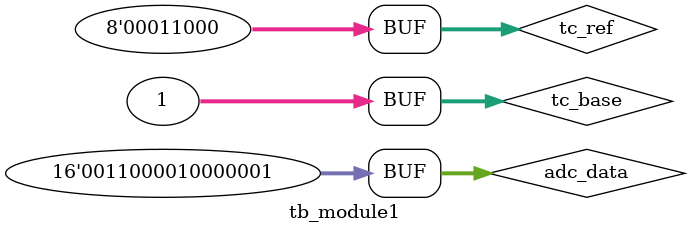
<source format=v>
`timescale 1ns / 1ps


module tb_module1;

	// Inputs
	reg [31:0] tc_base;
	reg [7:0] tc_ref;
	reg [15:0] adc_data;

	// Outputs
	wire [31:0] tempc;

	// Instantiate the Unit Under Test (UUT)
	TemperatureCalculator uut (
		.tc_base(tc_base), 
		.tc_ref(tc_ref), 
		.adc_data(adc_data), 
		.tempc(tempc)
	);

	initial begin
		// Initialize Inputs
		tc_base = 32'b00000000000000000000000000000001 ;
		tc_ref = 8'b00011000;
		adc_data = 16'b0011000010000001;

		// Wait 100 ns for global reset to finish
		#100;
        

	end
      
endmodule


</source>
